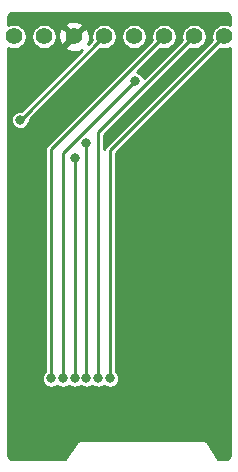
<source format=gbr>
G04 #@! TF.GenerationSoftware,KiCad,Pcbnew,(5.1.9)-1*
G04 #@! TF.CreationDate,2021-02-07T21:53:58-06:00*
G04 #@! TF.ProjectId,epaper-102,65706170-6572-42d3-9130-322e6b696361,rev?*
G04 #@! TF.SameCoordinates,Original*
G04 #@! TF.FileFunction,Copper,L1,Top*
G04 #@! TF.FilePolarity,Positive*
%FSLAX46Y46*%
G04 Gerber Fmt 4.6, Leading zero omitted, Abs format (unit mm)*
G04 Created by KiCad (PCBNEW (5.1.9)-1) date 2021-02-07 21:53:58*
%MOMM*%
%LPD*%
G01*
G04 APERTURE LIST*
G04 #@! TA.AperFunction,ComponentPad*
%ADD10C,1.400000*%
G04 #@! TD*
G04 #@! TA.AperFunction,ViaPad*
%ADD11C,0.800000*%
G04 #@! TD*
G04 #@! TA.AperFunction,Conductor*
%ADD12C,0.250000*%
G04 #@! TD*
G04 #@! TA.AperFunction,Conductor*
%ADD13C,0.254000*%
G04 #@! TD*
G04 #@! TA.AperFunction,Conductor*
%ADD14C,0.100000*%
G04 #@! TD*
G04 APERTURE END LIST*
D10*
X42239800Y-65450000D03*
X39699800Y-65450000D03*
X37159800Y-65450000D03*
X34619800Y-65450000D03*
X32079800Y-65450000D03*
X29539800Y-65450000D03*
X26999800Y-65450000D03*
X24459800Y-65450000D03*
D11*
X34400000Y-76600000D03*
X37700000Y-76500000D03*
X41300000Y-76500000D03*
X37800000Y-73200000D03*
X41300000Y-73000000D03*
X41300000Y-69900000D03*
X26200000Y-76400000D03*
X26300000Y-74100000D03*
X26000000Y-69300000D03*
X34700000Y-92500000D03*
X39400000Y-92500000D03*
X37000000Y-94200000D03*
X31300000Y-69000000D03*
X29500000Y-70900000D03*
X26700000Y-84400000D03*
X34000000Y-82600000D03*
X34000000Y-83900000D03*
X36500000Y-82600000D03*
X36600000Y-83900000D03*
X40100000Y-83200000D03*
X42100000Y-83300000D03*
X25000000Y-72500000D03*
X32600015Y-94400000D03*
X31600012Y-94400000D03*
X30600009Y-94400000D03*
X30600000Y-74500000D03*
X29600006Y-94400000D03*
X29600000Y-75700000D03*
X28600003Y-94400000D03*
X34700000Y-69200000D03*
X27600000Y-94400000D03*
D12*
X25029800Y-72500000D02*
X25000000Y-72500000D01*
X32079800Y-65450000D02*
X25029800Y-72500000D01*
X32600015Y-75089785D02*
X42239800Y-65450000D01*
X32600015Y-94400000D02*
X32600015Y-75089785D01*
X31600012Y-73549788D02*
X39699800Y-65450000D01*
X31600012Y-94400000D02*
X31600012Y-73549788D01*
X30600009Y-74500009D02*
X30600000Y-74500000D01*
X30600009Y-94400000D02*
X30600009Y-74500009D01*
X29600006Y-75700006D02*
X29600000Y-75700000D01*
X29600006Y-94400000D02*
X29600006Y-75700006D01*
X28600003Y-75299997D02*
X34700000Y-69200000D01*
X28600003Y-94400000D02*
X28600003Y-75299997D01*
X27600000Y-75009800D02*
X37159800Y-65450000D01*
X27600000Y-94400000D02*
X27600000Y-75009800D01*
D13*
X42426148Y-63465413D02*
X42499397Y-63487528D01*
X42566961Y-63523452D01*
X42626254Y-63571811D01*
X42675027Y-63630767D01*
X42711420Y-63698074D01*
X42734045Y-63771167D01*
X42744001Y-63865886D01*
X42744001Y-64488782D01*
X42555116Y-64410543D01*
X42346269Y-64369000D01*
X42133331Y-64369000D01*
X41924484Y-64410543D01*
X41727755Y-64492031D01*
X41550703Y-64610333D01*
X41400133Y-64760903D01*
X41281831Y-64937955D01*
X41200343Y-65134684D01*
X41158800Y-65343531D01*
X41158800Y-65556469D01*
X41200343Y-65765316D01*
X41202847Y-65771361D01*
X32259796Y-74714413D01*
X32240489Y-74730258D01*
X32177257Y-74807306D01*
X32152142Y-74854293D01*
X32130270Y-74895211D01*
X32106012Y-74975181D01*
X32106012Y-73759379D01*
X39378439Y-66486953D01*
X39384484Y-66489457D01*
X39593331Y-66531000D01*
X39806269Y-66531000D01*
X40015116Y-66489457D01*
X40211845Y-66407969D01*
X40388897Y-66289667D01*
X40539467Y-66139097D01*
X40657769Y-65962045D01*
X40739257Y-65765316D01*
X40780800Y-65556469D01*
X40780800Y-65343531D01*
X40739257Y-65134684D01*
X40657769Y-64937955D01*
X40539467Y-64760903D01*
X40388897Y-64610333D01*
X40211845Y-64492031D01*
X40015116Y-64410543D01*
X39806269Y-64369000D01*
X39593331Y-64369000D01*
X39384484Y-64410543D01*
X39187755Y-64492031D01*
X39010703Y-64610333D01*
X38860133Y-64760903D01*
X38741831Y-64937955D01*
X38660343Y-65134684D01*
X38618800Y-65343531D01*
X38618800Y-65556469D01*
X38660343Y-65765316D01*
X38662847Y-65771361D01*
X35452817Y-68981391D01*
X35450987Y-68972191D01*
X35392113Y-68830058D01*
X35306642Y-68702141D01*
X35197859Y-68593358D01*
X35069942Y-68507887D01*
X34927809Y-68449013D01*
X34884911Y-68440480D01*
X36838439Y-66486953D01*
X36844484Y-66489457D01*
X37053331Y-66531000D01*
X37266269Y-66531000D01*
X37475116Y-66489457D01*
X37671845Y-66407969D01*
X37848897Y-66289667D01*
X37999467Y-66139097D01*
X38117769Y-65962045D01*
X38199257Y-65765316D01*
X38240800Y-65556469D01*
X38240800Y-65343531D01*
X38199257Y-65134684D01*
X38117769Y-64937955D01*
X37999467Y-64760903D01*
X37848897Y-64610333D01*
X37671845Y-64492031D01*
X37475116Y-64410543D01*
X37266269Y-64369000D01*
X37053331Y-64369000D01*
X36844484Y-64410543D01*
X36647755Y-64492031D01*
X36470703Y-64610333D01*
X36320133Y-64760903D01*
X36201831Y-64937955D01*
X36120343Y-65134684D01*
X36078800Y-65343531D01*
X36078800Y-65556469D01*
X36120343Y-65765316D01*
X36122847Y-65771361D01*
X27259781Y-74634428D01*
X27240474Y-74650273D01*
X27177242Y-74727321D01*
X27165353Y-74749564D01*
X27130255Y-74815226D01*
X27101322Y-74910608D01*
X27091553Y-75009800D01*
X27094001Y-75034656D01*
X27094000Y-93801499D01*
X26993358Y-93902141D01*
X26907887Y-94030058D01*
X26849013Y-94172191D01*
X26819000Y-94323078D01*
X26819000Y-94476922D01*
X26849013Y-94627809D01*
X26907887Y-94769942D01*
X26993358Y-94897859D01*
X27102141Y-95006642D01*
X27230058Y-95092113D01*
X27372191Y-95150987D01*
X27523078Y-95181000D01*
X27676922Y-95181000D01*
X27827809Y-95150987D01*
X27969942Y-95092113D01*
X28097859Y-95006642D01*
X28100002Y-95004500D01*
X28102144Y-95006642D01*
X28230061Y-95092113D01*
X28372194Y-95150987D01*
X28523081Y-95181000D01*
X28676925Y-95181000D01*
X28827812Y-95150987D01*
X28969945Y-95092113D01*
X29097862Y-95006642D01*
X29100005Y-95004500D01*
X29102147Y-95006642D01*
X29230064Y-95092113D01*
X29372197Y-95150987D01*
X29523084Y-95181000D01*
X29676928Y-95181000D01*
X29827815Y-95150987D01*
X29969948Y-95092113D01*
X30097865Y-95006642D01*
X30100008Y-95004500D01*
X30102150Y-95006642D01*
X30230067Y-95092113D01*
X30372200Y-95150987D01*
X30523087Y-95181000D01*
X30676931Y-95181000D01*
X30827818Y-95150987D01*
X30969951Y-95092113D01*
X31097868Y-95006642D01*
X31100011Y-95004500D01*
X31102153Y-95006642D01*
X31230070Y-95092113D01*
X31372203Y-95150987D01*
X31523090Y-95181000D01*
X31676934Y-95181000D01*
X31827821Y-95150987D01*
X31969954Y-95092113D01*
X32097871Y-95006642D01*
X32100014Y-95004500D01*
X32102156Y-95006642D01*
X32230073Y-95092113D01*
X32372206Y-95150987D01*
X32523093Y-95181000D01*
X32676937Y-95181000D01*
X32827824Y-95150987D01*
X32969957Y-95092113D01*
X33097874Y-95006642D01*
X33206657Y-94897859D01*
X33292128Y-94769942D01*
X33351002Y-94627809D01*
X33381015Y-94476922D01*
X33381015Y-94323078D01*
X33351002Y-94172191D01*
X33292128Y-94030058D01*
X33206657Y-93902141D01*
X33106015Y-93801499D01*
X33106015Y-75299376D01*
X41918439Y-66486953D01*
X41924484Y-66489457D01*
X42133331Y-66531000D01*
X42346269Y-66531000D01*
X42555116Y-66489457D01*
X42744001Y-66411218D01*
X42744000Y-100830146D01*
X42734587Y-100926148D01*
X42712471Y-100999401D01*
X42676548Y-101066961D01*
X42628190Y-101126254D01*
X42569232Y-101175027D01*
X42501924Y-101211421D01*
X42428837Y-101234045D01*
X42334123Y-101244000D01*
X41775024Y-101244000D01*
X40901582Y-99846493D01*
X40889210Y-99823347D01*
X40867745Y-99797192D01*
X40847122Y-99770442D01*
X40842429Y-99766345D01*
X40838474Y-99761526D01*
X40812336Y-99740075D01*
X40786875Y-99717848D01*
X40781472Y-99714745D01*
X40776653Y-99710790D01*
X40746826Y-99694847D01*
X40717523Y-99678018D01*
X40711620Y-99676029D01*
X40706121Y-99673090D01*
X40673752Y-99663271D01*
X40641734Y-99652484D01*
X40635557Y-99651685D01*
X40629590Y-99649875D01*
X40595941Y-99646561D01*
X40562420Y-99642225D01*
X40536251Y-99644000D01*
X30063744Y-99644000D01*
X30037579Y-99642225D01*
X30004055Y-99646561D01*
X29970410Y-99649875D01*
X29964444Y-99651685D01*
X29958265Y-99652484D01*
X29926238Y-99663274D01*
X29893879Y-99673090D01*
X29888382Y-99676028D01*
X29882476Y-99678018D01*
X29853160Y-99694855D01*
X29823347Y-99710790D01*
X29818530Y-99714743D01*
X29813124Y-99717848D01*
X29787656Y-99740082D01*
X29761526Y-99761526D01*
X29757571Y-99766345D01*
X29752877Y-99770443D01*
X29732245Y-99797205D01*
X29710790Y-99823347D01*
X29698424Y-99846482D01*
X28824976Y-101244000D01*
X24369854Y-101244000D01*
X24273852Y-101234587D01*
X24200599Y-101212471D01*
X24133039Y-101176548D01*
X24073746Y-101128190D01*
X24024973Y-101069232D01*
X23988579Y-101001924D01*
X23965955Y-100928837D01*
X23956000Y-100834123D01*
X23956000Y-72423078D01*
X24219000Y-72423078D01*
X24219000Y-72576922D01*
X24249013Y-72727809D01*
X24307887Y-72869942D01*
X24393358Y-72997859D01*
X24502141Y-73106642D01*
X24630058Y-73192113D01*
X24772191Y-73250987D01*
X24923078Y-73281000D01*
X25076922Y-73281000D01*
X25227809Y-73250987D01*
X25369942Y-73192113D01*
X25497859Y-73106642D01*
X25606642Y-72997859D01*
X25692113Y-72869942D01*
X25750987Y-72727809D01*
X25781000Y-72576922D01*
X25781000Y-72464391D01*
X31758439Y-66486953D01*
X31764484Y-66489457D01*
X31973331Y-66531000D01*
X32186269Y-66531000D01*
X32395116Y-66489457D01*
X32591845Y-66407969D01*
X32768897Y-66289667D01*
X32919467Y-66139097D01*
X33037769Y-65962045D01*
X33119257Y-65765316D01*
X33160800Y-65556469D01*
X33160800Y-65343531D01*
X33538800Y-65343531D01*
X33538800Y-65556469D01*
X33580343Y-65765316D01*
X33661831Y-65962045D01*
X33780133Y-66139097D01*
X33930703Y-66289667D01*
X34107755Y-66407969D01*
X34304484Y-66489457D01*
X34513331Y-66531000D01*
X34726269Y-66531000D01*
X34935116Y-66489457D01*
X35131845Y-66407969D01*
X35308897Y-66289667D01*
X35459467Y-66139097D01*
X35577769Y-65962045D01*
X35659257Y-65765316D01*
X35700800Y-65556469D01*
X35700800Y-65343531D01*
X35659257Y-65134684D01*
X35577769Y-64937955D01*
X35459467Y-64760903D01*
X35308897Y-64610333D01*
X35131845Y-64492031D01*
X34935116Y-64410543D01*
X34726269Y-64369000D01*
X34513331Y-64369000D01*
X34304484Y-64410543D01*
X34107755Y-64492031D01*
X33930703Y-64610333D01*
X33780133Y-64760903D01*
X33661831Y-64937955D01*
X33580343Y-65134684D01*
X33538800Y-65343531D01*
X33160800Y-65343531D01*
X33119257Y-65134684D01*
X33037769Y-64937955D01*
X32919467Y-64760903D01*
X32768897Y-64610333D01*
X32591845Y-64492031D01*
X32395116Y-64410543D01*
X32186269Y-64369000D01*
X31973331Y-64369000D01*
X31764484Y-64410543D01*
X31567755Y-64492031D01*
X31390703Y-64610333D01*
X31240133Y-64760903D01*
X31121831Y-64937955D01*
X31040343Y-65134684D01*
X30998800Y-65343531D01*
X30998800Y-65556469D01*
X31040343Y-65765316D01*
X31042847Y-65771361D01*
X30705994Y-66108214D01*
X30805734Y-65893758D01*
X30867983Y-65638260D01*
X30879190Y-65375527D01*
X30838925Y-65115656D01*
X30748735Y-64868634D01*
X30694837Y-64767797D01*
X30461069Y-64708336D01*
X29719405Y-65450000D01*
X29733548Y-65464143D01*
X29553943Y-65643748D01*
X29539800Y-65629605D01*
X28798136Y-66371269D01*
X28857597Y-66605037D01*
X29096042Y-66715934D01*
X29351540Y-66778183D01*
X29614273Y-66789390D01*
X29874144Y-66749125D01*
X30121166Y-66658935D01*
X30194437Y-66619771D01*
X25092175Y-71722034D01*
X25076922Y-71719000D01*
X24923078Y-71719000D01*
X24772191Y-71749013D01*
X24630058Y-71807887D01*
X24502141Y-71893358D01*
X24393358Y-72002141D01*
X24307887Y-72130058D01*
X24249013Y-72272191D01*
X24219000Y-72423078D01*
X23956000Y-72423078D01*
X23956000Y-66411384D01*
X24144484Y-66489457D01*
X24353331Y-66531000D01*
X24566269Y-66531000D01*
X24775116Y-66489457D01*
X24971845Y-66407969D01*
X25148897Y-66289667D01*
X25299467Y-66139097D01*
X25417769Y-65962045D01*
X25499257Y-65765316D01*
X25540800Y-65556469D01*
X25540800Y-65343531D01*
X25918800Y-65343531D01*
X25918800Y-65556469D01*
X25960343Y-65765316D01*
X26041831Y-65962045D01*
X26160133Y-66139097D01*
X26310703Y-66289667D01*
X26487755Y-66407969D01*
X26684484Y-66489457D01*
X26893331Y-66531000D01*
X27106269Y-66531000D01*
X27315116Y-66489457D01*
X27511845Y-66407969D01*
X27688897Y-66289667D01*
X27839467Y-66139097D01*
X27957769Y-65962045D01*
X28039257Y-65765316D01*
X28080800Y-65556469D01*
X28080800Y-65524473D01*
X28200410Y-65524473D01*
X28240675Y-65784344D01*
X28330865Y-66031366D01*
X28384763Y-66132203D01*
X28618531Y-66191664D01*
X29360195Y-65450000D01*
X28618531Y-64708336D01*
X28384763Y-64767797D01*
X28273866Y-65006242D01*
X28211617Y-65261740D01*
X28200410Y-65524473D01*
X28080800Y-65524473D01*
X28080800Y-65343531D01*
X28039257Y-65134684D01*
X27957769Y-64937955D01*
X27839467Y-64760903D01*
X27688897Y-64610333D01*
X27566771Y-64528731D01*
X28798136Y-64528731D01*
X29539800Y-65270395D01*
X30281464Y-64528731D01*
X30222003Y-64294963D01*
X29983558Y-64184066D01*
X29728060Y-64121817D01*
X29465327Y-64110610D01*
X29205456Y-64150875D01*
X28958434Y-64241065D01*
X28857597Y-64294963D01*
X28798136Y-64528731D01*
X27566771Y-64528731D01*
X27511845Y-64492031D01*
X27315116Y-64410543D01*
X27106269Y-64369000D01*
X26893331Y-64369000D01*
X26684484Y-64410543D01*
X26487755Y-64492031D01*
X26310703Y-64610333D01*
X26160133Y-64760903D01*
X26041831Y-64937955D01*
X25960343Y-65134684D01*
X25918800Y-65343531D01*
X25540800Y-65343531D01*
X25499257Y-65134684D01*
X25417769Y-64937955D01*
X25299467Y-64760903D01*
X25148897Y-64610333D01*
X24971845Y-64492031D01*
X24775116Y-64410543D01*
X24566269Y-64369000D01*
X24353331Y-64369000D01*
X24144484Y-64410543D01*
X23956000Y-64488616D01*
X23956000Y-63869854D01*
X23965413Y-63773852D01*
X23987528Y-63700603D01*
X24023452Y-63633039D01*
X24071811Y-63573746D01*
X24130767Y-63524973D01*
X24198074Y-63488580D01*
X24271167Y-63465955D01*
X24365877Y-63456000D01*
X42330146Y-63456000D01*
X42426148Y-63465413D01*
G04 #@! TA.AperFunction,Conductor*
D14*
G36*
X42426148Y-63465413D02*
G01*
X42499397Y-63487528D01*
X42566961Y-63523452D01*
X42626254Y-63571811D01*
X42675027Y-63630767D01*
X42711420Y-63698074D01*
X42734045Y-63771167D01*
X42744001Y-63865886D01*
X42744001Y-64488782D01*
X42555116Y-64410543D01*
X42346269Y-64369000D01*
X42133331Y-64369000D01*
X41924484Y-64410543D01*
X41727755Y-64492031D01*
X41550703Y-64610333D01*
X41400133Y-64760903D01*
X41281831Y-64937955D01*
X41200343Y-65134684D01*
X41158800Y-65343531D01*
X41158800Y-65556469D01*
X41200343Y-65765316D01*
X41202847Y-65771361D01*
X32259796Y-74714413D01*
X32240489Y-74730258D01*
X32177257Y-74807306D01*
X32152142Y-74854293D01*
X32130270Y-74895211D01*
X32106012Y-74975181D01*
X32106012Y-73759379D01*
X39378439Y-66486953D01*
X39384484Y-66489457D01*
X39593331Y-66531000D01*
X39806269Y-66531000D01*
X40015116Y-66489457D01*
X40211845Y-66407969D01*
X40388897Y-66289667D01*
X40539467Y-66139097D01*
X40657769Y-65962045D01*
X40739257Y-65765316D01*
X40780800Y-65556469D01*
X40780800Y-65343531D01*
X40739257Y-65134684D01*
X40657769Y-64937955D01*
X40539467Y-64760903D01*
X40388897Y-64610333D01*
X40211845Y-64492031D01*
X40015116Y-64410543D01*
X39806269Y-64369000D01*
X39593331Y-64369000D01*
X39384484Y-64410543D01*
X39187755Y-64492031D01*
X39010703Y-64610333D01*
X38860133Y-64760903D01*
X38741831Y-64937955D01*
X38660343Y-65134684D01*
X38618800Y-65343531D01*
X38618800Y-65556469D01*
X38660343Y-65765316D01*
X38662847Y-65771361D01*
X35452817Y-68981391D01*
X35450987Y-68972191D01*
X35392113Y-68830058D01*
X35306642Y-68702141D01*
X35197859Y-68593358D01*
X35069942Y-68507887D01*
X34927809Y-68449013D01*
X34884911Y-68440480D01*
X36838439Y-66486953D01*
X36844484Y-66489457D01*
X37053331Y-66531000D01*
X37266269Y-66531000D01*
X37475116Y-66489457D01*
X37671845Y-66407969D01*
X37848897Y-66289667D01*
X37999467Y-66139097D01*
X38117769Y-65962045D01*
X38199257Y-65765316D01*
X38240800Y-65556469D01*
X38240800Y-65343531D01*
X38199257Y-65134684D01*
X38117769Y-64937955D01*
X37999467Y-64760903D01*
X37848897Y-64610333D01*
X37671845Y-64492031D01*
X37475116Y-64410543D01*
X37266269Y-64369000D01*
X37053331Y-64369000D01*
X36844484Y-64410543D01*
X36647755Y-64492031D01*
X36470703Y-64610333D01*
X36320133Y-64760903D01*
X36201831Y-64937955D01*
X36120343Y-65134684D01*
X36078800Y-65343531D01*
X36078800Y-65556469D01*
X36120343Y-65765316D01*
X36122847Y-65771361D01*
X27259781Y-74634428D01*
X27240474Y-74650273D01*
X27177242Y-74727321D01*
X27165353Y-74749564D01*
X27130255Y-74815226D01*
X27101322Y-74910608D01*
X27091553Y-75009800D01*
X27094001Y-75034656D01*
X27094000Y-93801499D01*
X26993358Y-93902141D01*
X26907887Y-94030058D01*
X26849013Y-94172191D01*
X26819000Y-94323078D01*
X26819000Y-94476922D01*
X26849013Y-94627809D01*
X26907887Y-94769942D01*
X26993358Y-94897859D01*
X27102141Y-95006642D01*
X27230058Y-95092113D01*
X27372191Y-95150987D01*
X27523078Y-95181000D01*
X27676922Y-95181000D01*
X27827809Y-95150987D01*
X27969942Y-95092113D01*
X28097859Y-95006642D01*
X28100002Y-95004500D01*
X28102144Y-95006642D01*
X28230061Y-95092113D01*
X28372194Y-95150987D01*
X28523081Y-95181000D01*
X28676925Y-95181000D01*
X28827812Y-95150987D01*
X28969945Y-95092113D01*
X29097862Y-95006642D01*
X29100005Y-95004500D01*
X29102147Y-95006642D01*
X29230064Y-95092113D01*
X29372197Y-95150987D01*
X29523084Y-95181000D01*
X29676928Y-95181000D01*
X29827815Y-95150987D01*
X29969948Y-95092113D01*
X30097865Y-95006642D01*
X30100008Y-95004500D01*
X30102150Y-95006642D01*
X30230067Y-95092113D01*
X30372200Y-95150987D01*
X30523087Y-95181000D01*
X30676931Y-95181000D01*
X30827818Y-95150987D01*
X30969951Y-95092113D01*
X31097868Y-95006642D01*
X31100011Y-95004500D01*
X31102153Y-95006642D01*
X31230070Y-95092113D01*
X31372203Y-95150987D01*
X31523090Y-95181000D01*
X31676934Y-95181000D01*
X31827821Y-95150987D01*
X31969954Y-95092113D01*
X32097871Y-95006642D01*
X32100014Y-95004500D01*
X32102156Y-95006642D01*
X32230073Y-95092113D01*
X32372206Y-95150987D01*
X32523093Y-95181000D01*
X32676937Y-95181000D01*
X32827824Y-95150987D01*
X32969957Y-95092113D01*
X33097874Y-95006642D01*
X33206657Y-94897859D01*
X33292128Y-94769942D01*
X33351002Y-94627809D01*
X33381015Y-94476922D01*
X33381015Y-94323078D01*
X33351002Y-94172191D01*
X33292128Y-94030058D01*
X33206657Y-93902141D01*
X33106015Y-93801499D01*
X33106015Y-75299376D01*
X41918439Y-66486953D01*
X41924484Y-66489457D01*
X42133331Y-66531000D01*
X42346269Y-66531000D01*
X42555116Y-66489457D01*
X42744001Y-66411218D01*
X42744000Y-100830146D01*
X42734587Y-100926148D01*
X42712471Y-100999401D01*
X42676548Y-101066961D01*
X42628190Y-101126254D01*
X42569232Y-101175027D01*
X42501924Y-101211421D01*
X42428837Y-101234045D01*
X42334123Y-101244000D01*
X41775024Y-101244000D01*
X40901582Y-99846493D01*
X40889210Y-99823347D01*
X40867745Y-99797192D01*
X40847122Y-99770442D01*
X40842429Y-99766345D01*
X40838474Y-99761526D01*
X40812336Y-99740075D01*
X40786875Y-99717848D01*
X40781472Y-99714745D01*
X40776653Y-99710790D01*
X40746826Y-99694847D01*
X40717523Y-99678018D01*
X40711620Y-99676029D01*
X40706121Y-99673090D01*
X40673752Y-99663271D01*
X40641734Y-99652484D01*
X40635557Y-99651685D01*
X40629590Y-99649875D01*
X40595941Y-99646561D01*
X40562420Y-99642225D01*
X40536251Y-99644000D01*
X30063744Y-99644000D01*
X30037579Y-99642225D01*
X30004055Y-99646561D01*
X29970410Y-99649875D01*
X29964444Y-99651685D01*
X29958265Y-99652484D01*
X29926238Y-99663274D01*
X29893879Y-99673090D01*
X29888382Y-99676028D01*
X29882476Y-99678018D01*
X29853160Y-99694855D01*
X29823347Y-99710790D01*
X29818530Y-99714743D01*
X29813124Y-99717848D01*
X29787656Y-99740082D01*
X29761526Y-99761526D01*
X29757571Y-99766345D01*
X29752877Y-99770443D01*
X29732245Y-99797205D01*
X29710790Y-99823347D01*
X29698424Y-99846482D01*
X28824976Y-101244000D01*
X24369854Y-101244000D01*
X24273852Y-101234587D01*
X24200599Y-101212471D01*
X24133039Y-101176548D01*
X24073746Y-101128190D01*
X24024973Y-101069232D01*
X23988579Y-101001924D01*
X23965955Y-100928837D01*
X23956000Y-100834123D01*
X23956000Y-72423078D01*
X24219000Y-72423078D01*
X24219000Y-72576922D01*
X24249013Y-72727809D01*
X24307887Y-72869942D01*
X24393358Y-72997859D01*
X24502141Y-73106642D01*
X24630058Y-73192113D01*
X24772191Y-73250987D01*
X24923078Y-73281000D01*
X25076922Y-73281000D01*
X25227809Y-73250987D01*
X25369942Y-73192113D01*
X25497859Y-73106642D01*
X25606642Y-72997859D01*
X25692113Y-72869942D01*
X25750987Y-72727809D01*
X25781000Y-72576922D01*
X25781000Y-72464391D01*
X31758439Y-66486953D01*
X31764484Y-66489457D01*
X31973331Y-66531000D01*
X32186269Y-66531000D01*
X32395116Y-66489457D01*
X32591845Y-66407969D01*
X32768897Y-66289667D01*
X32919467Y-66139097D01*
X33037769Y-65962045D01*
X33119257Y-65765316D01*
X33160800Y-65556469D01*
X33160800Y-65343531D01*
X33538800Y-65343531D01*
X33538800Y-65556469D01*
X33580343Y-65765316D01*
X33661831Y-65962045D01*
X33780133Y-66139097D01*
X33930703Y-66289667D01*
X34107755Y-66407969D01*
X34304484Y-66489457D01*
X34513331Y-66531000D01*
X34726269Y-66531000D01*
X34935116Y-66489457D01*
X35131845Y-66407969D01*
X35308897Y-66289667D01*
X35459467Y-66139097D01*
X35577769Y-65962045D01*
X35659257Y-65765316D01*
X35700800Y-65556469D01*
X35700800Y-65343531D01*
X35659257Y-65134684D01*
X35577769Y-64937955D01*
X35459467Y-64760903D01*
X35308897Y-64610333D01*
X35131845Y-64492031D01*
X34935116Y-64410543D01*
X34726269Y-64369000D01*
X34513331Y-64369000D01*
X34304484Y-64410543D01*
X34107755Y-64492031D01*
X33930703Y-64610333D01*
X33780133Y-64760903D01*
X33661831Y-64937955D01*
X33580343Y-65134684D01*
X33538800Y-65343531D01*
X33160800Y-65343531D01*
X33119257Y-65134684D01*
X33037769Y-64937955D01*
X32919467Y-64760903D01*
X32768897Y-64610333D01*
X32591845Y-64492031D01*
X32395116Y-64410543D01*
X32186269Y-64369000D01*
X31973331Y-64369000D01*
X31764484Y-64410543D01*
X31567755Y-64492031D01*
X31390703Y-64610333D01*
X31240133Y-64760903D01*
X31121831Y-64937955D01*
X31040343Y-65134684D01*
X30998800Y-65343531D01*
X30998800Y-65556469D01*
X31040343Y-65765316D01*
X31042847Y-65771361D01*
X30705994Y-66108214D01*
X30805734Y-65893758D01*
X30867983Y-65638260D01*
X30879190Y-65375527D01*
X30838925Y-65115656D01*
X30748735Y-64868634D01*
X30694837Y-64767797D01*
X30461069Y-64708336D01*
X29719405Y-65450000D01*
X29733548Y-65464143D01*
X29553943Y-65643748D01*
X29539800Y-65629605D01*
X28798136Y-66371269D01*
X28857597Y-66605037D01*
X29096042Y-66715934D01*
X29351540Y-66778183D01*
X29614273Y-66789390D01*
X29874144Y-66749125D01*
X30121166Y-66658935D01*
X30194437Y-66619771D01*
X25092175Y-71722034D01*
X25076922Y-71719000D01*
X24923078Y-71719000D01*
X24772191Y-71749013D01*
X24630058Y-71807887D01*
X24502141Y-71893358D01*
X24393358Y-72002141D01*
X24307887Y-72130058D01*
X24249013Y-72272191D01*
X24219000Y-72423078D01*
X23956000Y-72423078D01*
X23956000Y-66411384D01*
X24144484Y-66489457D01*
X24353331Y-66531000D01*
X24566269Y-66531000D01*
X24775116Y-66489457D01*
X24971845Y-66407969D01*
X25148897Y-66289667D01*
X25299467Y-66139097D01*
X25417769Y-65962045D01*
X25499257Y-65765316D01*
X25540800Y-65556469D01*
X25540800Y-65343531D01*
X25918800Y-65343531D01*
X25918800Y-65556469D01*
X25960343Y-65765316D01*
X26041831Y-65962045D01*
X26160133Y-66139097D01*
X26310703Y-66289667D01*
X26487755Y-66407969D01*
X26684484Y-66489457D01*
X26893331Y-66531000D01*
X27106269Y-66531000D01*
X27315116Y-66489457D01*
X27511845Y-66407969D01*
X27688897Y-66289667D01*
X27839467Y-66139097D01*
X27957769Y-65962045D01*
X28039257Y-65765316D01*
X28080800Y-65556469D01*
X28080800Y-65524473D01*
X28200410Y-65524473D01*
X28240675Y-65784344D01*
X28330865Y-66031366D01*
X28384763Y-66132203D01*
X28618531Y-66191664D01*
X29360195Y-65450000D01*
X28618531Y-64708336D01*
X28384763Y-64767797D01*
X28273866Y-65006242D01*
X28211617Y-65261740D01*
X28200410Y-65524473D01*
X28080800Y-65524473D01*
X28080800Y-65343531D01*
X28039257Y-65134684D01*
X27957769Y-64937955D01*
X27839467Y-64760903D01*
X27688897Y-64610333D01*
X27566771Y-64528731D01*
X28798136Y-64528731D01*
X29539800Y-65270395D01*
X30281464Y-64528731D01*
X30222003Y-64294963D01*
X29983558Y-64184066D01*
X29728060Y-64121817D01*
X29465327Y-64110610D01*
X29205456Y-64150875D01*
X28958434Y-64241065D01*
X28857597Y-64294963D01*
X28798136Y-64528731D01*
X27566771Y-64528731D01*
X27511845Y-64492031D01*
X27315116Y-64410543D01*
X27106269Y-64369000D01*
X26893331Y-64369000D01*
X26684484Y-64410543D01*
X26487755Y-64492031D01*
X26310703Y-64610333D01*
X26160133Y-64760903D01*
X26041831Y-64937955D01*
X25960343Y-65134684D01*
X25918800Y-65343531D01*
X25540800Y-65343531D01*
X25499257Y-65134684D01*
X25417769Y-64937955D01*
X25299467Y-64760903D01*
X25148897Y-64610333D01*
X24971845Y-64492031D01*
X24775116Y-64410543D01*
X24566269Y-64369000D01*
X24353331Y-64369000D01*
X24144484Y-64410543D01*
X23956000Y-64488616D01*
X23956000Y-63869854D01*
X23965413Y-63773852D01*
X23987528Y-63700603D01*
X24023452Y-63633039D01*
X24071811Y-63573746D01*
X24130767Y-63524973D01*
X24198074Y-63488580D01*
X24271167Y-63465955D01*
X24365877Y-63456000D01*
X42330146Y-63456000D01*
X42426148Y-63465413D01*
G37*
G04 #@! TD.AperFunction*
M02*

</source>
